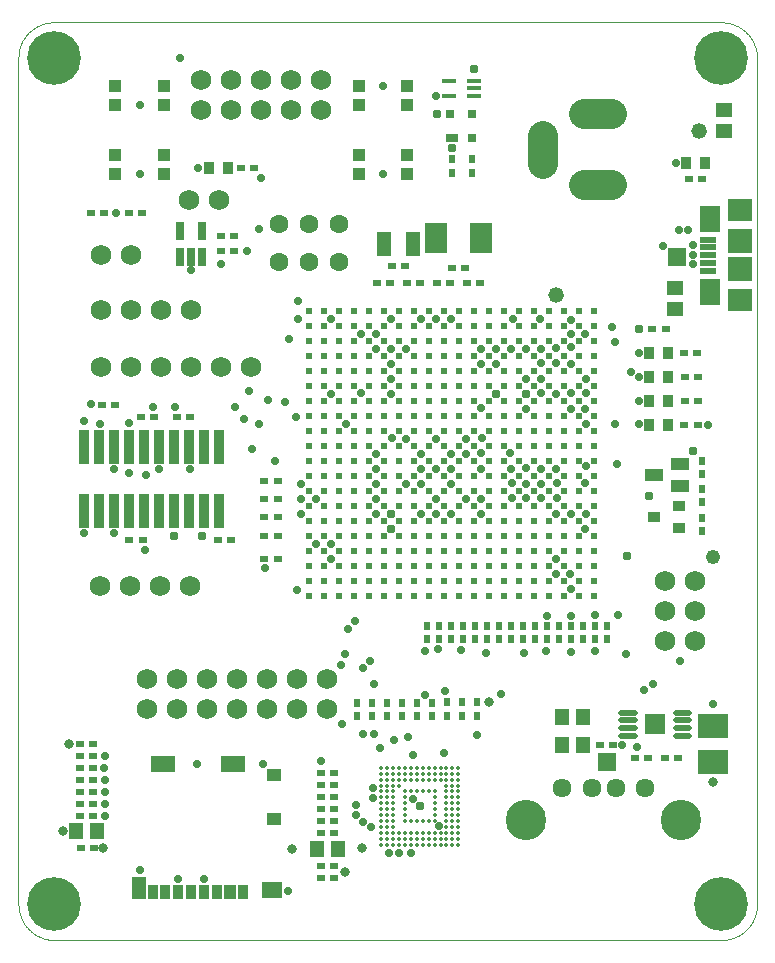
<source format=gts>
G75*
%MOIN*%
%OFA0B0*%
%FSLAX25Y25*%
%IPPOS*%
%LPD*%
%AMOC8*
5,1,8,0,0,1.08239X$1,22.5*
%
%ADD10C,0.00000*%
%ADD11C,0.06800*%
%ADD12C,0.02369*%
%ADD13C,0.09849*%
%ADD14C,0.03400*%
%ADD15R,0.07880X0.07487*%
%ADD16R,0.07880X0.07880*%
%ADD17R,0.06699X0.08668*%
%ADD18R,0.05715X0.01975*%
%ADD19R,0.05400X0.04900*%
%ADD20R,0.02800X0.02400*%
%ADD21C,0.06306*%
%ADD22R,0.03943X0.04337*%
%ADD23R,0.03500X0.04400*%
%ADD24R,0.03943X0.03550*%
%ADD25R,0.05912X0.04337*%
%ADD26R,0.02400X0.02800*%
%ADD27C,0.17900*%
%ADD28R,0.05000X0.01800*%
%ADD29R,0.02762X0.03156*%
%ADD30R,0.04337X0.03156*%
%ADD31R,0.04731X0.07880*%
%ADD32R,0.07440X0.09900*%
%ADD33R,0.03200X0.11400*%
%ADD34C,0.02000*%
%ADD35R,0.06693X0.06890*%
%ADD36R,0.01581X0.02565*%
%ADD37R,0.01581X0.02447*%
%ADD38C,0.00100*%
%ADD39C,0.06337*%
%ADD40C,0.13455*%
%ADD41R,0.04900X0.05400*%
%ADD42R,0.10243X0.08077*%
%ADD43R,0.02565X0.01581*%
%ADD44R,0.02447X0.01581*%
%ADD45R,0.03353X0.04731*%
%ADD46R,0.03746X0.04731*%
%ADD47R,0.03845X0.04731*%
%ADD48R,0.05124X0.04337*%
%ADD49R,0.07880X0.05715*%
%ADD50R,0.05006X0.07487*%
%ADD51R,0.06502X0.05715*%
%ADD52C,0.01365*%
%ADD53R,0.03156X0.05912*%
%ADD54C,0.02800*%
%ADD55C,0.03100*%
%ADD56C,0.03200*%
%ADD57C,0.05200*%
%ADD58C,0.04900*%
D10*
X0082495Y0063233D02*
X0082495Y0345433D01*
X0082498Y0345716D01*
X0082509Y0345998D01*
X0082526Y0346280D01*
X0082550Y0346562D01*
X0082580Y0346843D01*
X0082618Y0347124D01*
X0082662Y0347403D01*
X0082713Y0347681D01*
X0082771Y0347958D01*
X0082835Y0348233D01*
X0082906Y0348507D01*
X0082984Y0348779D01*
X0083068Y0349048D01*
X0083158Y0349316D01*
X0083255Y0349582D01*
X0083359Y0349845D01*
X0083469Y0350106D01*
X0083585Y0350363D01*
X0083707Y0350618D01*
X0083835Y0350870D01*
X0083970Y0351119D01*
X0084110Y0351364D01*
X0084256Y0351606D01*
X0084408Y0351845D01*
X0084566Y0352079D01*
X0084730Y0352310D01*
X0084898Y0352537D01*
X0085073Y0352759D01*
X0085253Y0352978D01*
X0085437Y0353192D01*
X0085627Y0353401D01*
X0085822Y0353606D01*
X0086022Y0353806D01*
X0086227Y0354001D01*
X0086436Y0354191D01*
X0086650Y0354375D01*
X0086869Y0354555D01*
X0087091Y0354730D01*
X0087318Y0354898D01*
X0087549Y0355062D01*
X0087783Y0355220D01*
X0088022Y0355372D01*
X0088264Y0355518D01*
X0088509Y0355658D01*
X0088758Y0355793D01*
X0089010Y0355921D01*
X0089265Y0356043D01*
X0089522Y0356159D01*
X0089783Y0356269D01*
X0090046Y0356373D01*
X0090312Y0356470D01*
X0090580Y0356560D01*
X0090849Y0356644D01*
X0091121Y0356722D01*
X0091395Y0356793D01*
X0091670Y0356857D01*
X0091947Y0356915D01*
X0092225Y0356966D01*
X0092504Y0357010D01*
X0092785Y0357048D01*
X0093066Y0357078D01*
X0093348Y0357102D01*
X0093630Y0357119D01*
X0093912Y0357130D01*
X0094195Y0357133D01*
X0316695Y0357133D01*
X0316985Y0357129D01*
X0317275Y0357119D01*
X0317564Y0357101D01*
X0317853Y0357077D01*
X0318141Y0357046D01*
X0318429Y0357007D01*
X0318715Y0356962D01*
X0319001Y0356909D01*
X0319284Y0356850D01*
X0319567Y0356784D01*
X0319847Y0356712D01*
X0320126Y0356632D01*
X0320403Y0356546D01*
X0320678Y0356453D01*
X0320950Y0356353D01*
X0321220Y0356247D01*
X0321487Y0356135D01*
X0321752Y0356015D01*
X0322013Y0355890D01*
X0322272Y0355758D01*
X0322527Y0355621D01*
X0322779Y0355477D01*
X0323027Y0355327D01*
X0323271Y0355171D01*
X0323512Y0355009D01*
X0323748Y0354841D01*
X0323981Y0354668D01*
X0324209Y0354489D01*
X0324433Y0354305D01*
X0324652Y0354115D01*
X0324867Y0353920D01*
X0325077Y0353720D01*
X0325282Y0353515D01*
X0325482Y0353305D01*
X0325677Y0353090D01*
X0325867Y0352871D01*
X0326051Y0352647D01*
X0326230Y0352419D01*
X0326403Y0352186D01*
X0326571Y0351950D01*
X0326733Y0351709D01*
X0326889Y0351465D01*
X0327039Y0351217D01*
X0327183Y0350965D01*
X0327320Y0350710D01*
X0327452Y0350451D01*
X0327577Y0350190D01*
X0327697Y0349925D01*
X0327809Y0349658D01*
X0327915Y0349388D01*
X0328015Y0349116D01*
X0328108Y0348841D01*
X0328194Y0348564D01*
X0328274Y0348285D01*
X0328346Y0348005D01*
X0328412Y0347722D01*
X0328471Y0347439D01*
X0328524Y0347153D01*
X0328569Y0346867D01*
X0328608Y0346579D01*
X0328639Y0346291D01*
X0328663Y0346002D01*
X0328681Y0345713D01*
X0328691Y0345423D01*
X0328695Y0345133D01*
X0328695Y0063233D01*
X0328691Y0062943D01*
X0328681Y0062653D01*
X0328663Y0062364D01*
X0328639Y0062075D01*
X0328608Y0061787D01*
X0328569Y0061499D01*
X0328524Y0061213D01*
X0328471Y0060927D01*
X0328412Y0060644D01*
X0328346Y0060361D01*
X0328274Y0060081D01*
X0328194Y0059802D01*
X0328108Y0059525D01*
X0328015Y0059250D01*
X0327915Y0058978D01*
X0327809Y0058708D01*
X0327697Y0058441D01*
X0327577Y0058176D01*
X0327452Y0057915D01*
X0327320Y0057656D01*
X0327183Y0057401D01*
X0327039Y0057149D01*
X0326889Y0056901D01*
X0326733Y0056657D01*
X0326571Y0056416D01*
X0326403Y0056180D01*
X0326230Y0055947D01*
X0326051Y0055719D01*
X0325867Y0055495D01*
X0325677Y0055276D01*
X0325482Y0055061D01*
X0325282Y0054851D01*
X0325077Y0054646D01*
X0324867Y0054446D01*
X0324652Y0054251D01*
X0324433Y0054061D01*
X0324209Y0053877D01*
X0323981Y0053698D01*
X0323748Y0053525D01*
X0323512Y0053357D01*
X0323271Y0053195D01*
X0323027Y0053039D01*
X0322779Y0052889D01*
X0322527Y0052745D01*
X0322272Y0052608D01*
X0322013Y0052476D01*
X0321752Y0052351D01*
X0321487Y0052231D01*
X0321220Y0052119D01*
X0320950Y0052013D01*
X0320678Y0051913D01*
X0320403Y0051820D01*
X0320126Y0051734D01*
X0319847Y0051654D01*
X0319567Y0051582D01*
X0319284Y0051516D01*
X0319001Y0051457D01*
X0318715Y0051404D01*
X0318429Y0051359D01*
X0318141Y0051320D01*
X0317853Y0051289D01*
X0317564Y0051265D01*
X0317275Y0051247D01*
X0316985Y0051237D01*
X0316695Y0051233D01*
X0094495Y0051233D01*
X0094205Y0051237D01*
X0093915Y0051247D01*
X0093626Y0051265D01*
X0093337Y0051289D01*
X0093049Y0051320D01*
X0092761Y0051359D01*
X0092475Y0051404D01*
X0092189Y0051457D01*
X0091906Y0051516D01*
X0091623Y0051582D01*
X0091343Y0051654D01*
X0091064Y0051734D01*
X0090787Y0051820D01*
X0090512Y0051913D01*
X0090240Y0052013D01*
X0089970Y0052119D01*
X0089703Y0052231D01*
X0089438Y0052351D01*
X0089177Y0052476D01*
X0088918Y0052608D01*
X0088663Y0052745D01*
X0088411Y0052889D01*
X0088163Y0053039D01*
X0087919Y0053195D01*
X0087678Y0053357D01*
X0087442Y0053525D01*
X0087209Y0053698D01*
X0086981Y0053877D01*
X0086757Y0054061D01*
X0086538Y0054251D01*
X0086323Y0054446D01*
X0086113Y0054646D01*
X0085908Y0054851D01*
X0085708Y0055061D01*
X0085513Y0055276D01*
X0085323Y0055495D01*
X0085139Y0055719D01*
X0084960Y0055947D01*
X0084787Y0056180D01*
X0084619Y0056416D01*
X0084457Y0056657D01*
X0084301Y0056901D01*
X0084151Y0057149D01*
X0084007Y0057401D01*
X0083870Y0057656D01*
X0083738Y0057915D01*
X0083613Y0058176D01*
X0083493Y0058441D01*
X0083381Y0058708D01*
X0083275Y0058978D01*
X0083175Y0059250D01*
X0083082Y0059525D01*
X0082996Y0059802D01*
X0082916Y0060081D01*
X0082844Y0060361D01*
X0082778Y0060644D01*
X0082719Y0060927D01*
X0082666Y0061213D01*
X0082621Y0061499D01*
X0082582Y0061787D01*
X0082551Y0062075D01*
X0082527Y0062364D01*
X0082509Y0062653D01*
X0082499Y0062943D01*
X0082495Y0063233D01*
X0270395Y0302833D02*
X0270397Y0302910D01*
X0270403Y0302987D01*
X0270413Y0303064D01*
X0270427Y0303140D01*
X0270444Y0303215D01*
X0270466Y0303289D01*
X0270491Y0303362D01*
X0270521Y0303434D01*
X0270553Y0303504D01*
X0270590Y0303572D01*
X0270629Y0303638D01*
X0270672Y0303702D01*
X0270719Y0303764D01*
X0270768Y0303823D01*
X0270821Y0303880D01*
X0270876Y0303934D01*
X0270934Y0303985D01*
X0270995Y0304033D01*
X0271058Y0304078D01*
X0271123Y0304119D01*
X0271190Y0304157D01*
X0271259Y0304192D01*
X0271330Y0304222D01*
X0271402Y0304250D01*
X0271476Y0304273D01*
X0271550Y0304293D01*
X0271626Y0304309D01*
X0271702Y0304321D01*
X0271779Y0304329D01*
X0271856Y0304333D01*
X0271934Y0304333D01*
X0272011Y0304329D01*
X0272088Y0304321D01*
X0272164Y0304309D01*
X0272240Y0304293D01*
X0272314Y0304273D01*
X0272388Y0304250D01*
X0272460Y0304222D01*
X0272531Y0304192D01*
X0272600Y0304157D01*
X0272667Y0304119D01*
X0272732Y0304078D01*
X0272795Y0304033D01*
X0272856Y0303985D01*
X0272914Y0303934D01*
X0272969Y0303880D01*
X0273022Y0303823D01*
X0273071Y0303764D01*
X0273118Y0303702D01*
X0273161Y0303638D01*
X0273200Y0303572D01*
X0273237Y0303504D01*
X0273269Y0303434D01*
X0273299Y0303362D01*
X0273324Y0303289D01*
X0273346Y0303215D01*
X0273363Y0303140D01*
X0273377Y0303064D01*
X0273387Y0302987D01*
X0273393Y0302910D01*
X0273395Y0302833D01*
X0273393Y0302756D01*
X0273387Y0302679D01*
X0273377Y0302602D01*
X0273363Y0302526D01*
X0273346Y0302451D01*
X0273324Y0302377D01*
X0273299Y0302304D01*
X0273269Y0302232D01*
X0273237Y0302162D01*
X0273200Y0302094D01*
X0273161Y0302028D01*
X0273118Y0301964D01*
X0273071Y0301902D01*
X0273022Y0301843D01*
X0272969Y0301786D01*
X0272914Y0301732D01*
X0272856Y0301681D01*
X0272795Y0301633D01*
X0272732Y0301588D01*
X0272667Y0301547D01*
X0272600Y0301509D01*
X0272531Y0301474D01*
X0272460Y0301444D01*
X0272388Y0301416D01*
X0272314Y0301393D01*
X0272240Y0301373D01*
X0272164Y0301357D01*
X0272088Y0301345D01*
X0272011Y0301337D01*
X0271934Y0301333D01*
X0271856Y0301333D01*
X0271779Y0301337D01*
X0271702Y0301345D01*
X0271626Y0301357D01*
X0271550Y0301373D01*
X0271476Y0301393D01*
X0271402Y0301416D01*
X0271330Y0301444D01*
X0271259Y0301474D01*
X0271190Y0301509D01*
X0271123Y0301547D01*
X0271058Y0301588D01*
X0270995Y0301633D01*
X0270934Y0301681D01*
X0270876Y0301732D01*
X0270821Y0301786D01*
X0270768Y0301843D01*
X0270719Y0301902D01*
X0270672Y0301964D01*
X0270629Y0302028D01*
X0270590Y0302094D01*
X0270553Y0302162D01*
X0270521Y0302232D01*
X0270491Y0302304D01*
X0270466Y0302377D01*
X0270444Y0302451D01*
X0270427Y0302526D01*
X0270413Y0302602D01*
X0270403Y0302679D01*
X0270397Y0302756D01*
X0270395Y0302833D01*
X0278395Y0302933D02*
X0278397Y0303010D01*
X0278403Y0303087D01*
X0278413Y0303164D01*
X0278427Y0303240D01*
X0278444Y0303315D01*
X0278466Y0303389D01*
X0278491Y0303462D01*
X0278521Y0303534D01*
X0278553Y0303604D01*
X0278590Y0303672D01*
X0278629Y0303738D01*
X0278672Y0303802D01*
X0278719Y0303864D01*
X0278768Y0303923D01*
X0278821Y0303980D01*
X0278876Y0304034D01*
X0278934Y0304085D01*
X0278995Y0304133D01*
X0279058Y0304178D01*
X0279123Y0304219D01*
X0279190Y0304257D01*
X0279259Y0304292D01*
X0279330Y0304322D01*
X0279402Y0304350D01*
X0279476Y0304373D01*
X0279550Y0304393D01*
X0279626Y0304409D01*
X0279702Y0304421D01*
X0279779Y0304429D01*
X0279856Y0304433D01*
X0279934Y0304433D01*
X0280011Y0304429D01*
X0280088Y0304421D01*
X0280164Y0304409D01*
X0280240Y0304393D01*
X0280314Y0304373D01*
X0280388Y0304350D01*
X0280460Y0304322D01*
X0280531Y0304292D01*
X0280600Y0304257D01*
X0280667Y0304219D01*
X0280732Y0304178D01*
X0280795Y0304133D01*
X0280856Y0304085D01*
X0280914Y0304034D01*
X0280969Y0303980D01*
X0281022Y0303923D01*
X0281071Y0303864D01*
X0281118Y0303802D01*
X0281161Y0303738D01*
X0281200Y0303672D01*
X0281237Y0303604D01*
X0281269Y0303534D01*
X0281299Y0303462D01*
X0281324Y0303389D01*
X0281346Y0303315D01*
X0281363Y0303240D01*
X0281377Y0303164D01*
X0281387Y0303087D01*
X0281393Y0303010D01*
X0281395Y0302933D01*
X0281393Y0302856D01*
X0281387Y0302779D01*
X0281377Y0302702D01*
X0281363Y0302626D01*
X0281346Y0302551D01*
X0281324Y0302477D01*
X0281299Y0302404D01*
X0281269Y0302332D01*
X0281237Y0302262D01*
X0281200Y0302194D01*
X0281161Y0302128D01*
X0281118Y0302064D01*
X0281071Y0302002D01*
X0281022Y0301943D01*
X0280969Y0301886D01*
X0280914Y0301832D01*
X0280856Y0301781D01*
X0280795Y0301733D01*
X0280732Y0301688D01*
X0280667Y0301647D01*
X0280600Y0301609D01*
X0280531Y0301574D01*
X0280460Y0301544D01*
X0280388Y0301516D01*
X0280314Y0301493D01*
X0280240Y0301473D01*
X0280164Y0301457D01*
X0280088Y0301445D01*
X0280011Y0301437D01*
X0279934Y0301433D01*
X0279856Y0301433D01*
X0279779Y0301437D01*
X0279702Y0301445D01*
X0279626Y0301457D01*
X0279550Y0301473D01*
X0279476Y0301493D01*
X0279402Y0301516D01*
X0279330Y0301544D01*
X0279259Y0301574D01*
X0279190Y0301609D01*
X0279123Y0301647D01*
X0279058Y0301688D01*
X0278995Y0301733D01*
X0278934Y0301781D01*
X0278876Y0301832D01*
X0278821Y0301886D01*
X0278768Y0301943D01*
X0278719Y0302002D01*
X0278672Y0302064D01*
X0278629Y0302128D01*
X0278590Y0302194D01*
X0278553Y0302262D01*
X0278521Y0302332D01*
X0278491Y0302404D01*
X0278466Y0302477D01*
X0278444Y0302551D01*
X0278427Y0302626D01*
X0278413Y0302702D01*
X0278403Y0302779D01*
X0278397Y0302856D01*
X0278395Y0302933D01*
X0255795Y0310933D02*
X0255797Y0311010D01*
X0255803Y0311087D01*
X0255813Y0311164D01*
X0255827Y0311240D01*
X0255844Y0311315D01*
X0255866Y0311389D01*
X0255891Y0311462D01*
X0255921Y0311534D01*
X0255953Y0311604D01*
X0255990Y0311672D01*
X0256029Y0311738D01*
X0256072Y0311802D01*
X0256119Y0311864D01*
X0256168Y0311923D01*
X0256221Y0311980D01*
X0256276Y0312034D01*
X0256334Y0312085D01*
X0256395Y0312133D01*
X0256458Y0312178D01*
X0256523Y0312219D01*
X0256590Y0312257D01*
X0256659Y0312292D01*
X0256730Y0312322D01*
X0256802Y0312350D01*
X0256876Y0312373D01*
X0256950Y0312393D01*
X0257026Y0312409D01*
X0257102Y0312421D01*
X0257179Y0312429D01*
X0257256Y0312433D01*
X0257334Y0312433D01*
X0257411Y0312429D01*
X0257488Y0312421D01*
X0257564Y0312409D01*
X0257640Y0312393D01*
X0257714Y0312373D01*
X0257788Y0312350D01*
X0257860Y0312322D01*
X0257931Y0312292D01*
X0258000Y0312257D01*
X0258067Y0312219D01*
X0258132Y0312178D01*
X0258195Y0312133D01*
X0258256Y0312085D01*
X0258314Y0312034D01*
X0258369Y0311980D01*
X0258422Y0311923D01*
X0258471Y0311864D01*
X0258518Y0311802D01*
X0258561Y0311738D01*
X0258600Y0311672D01*
X0258637Y0311604D01*
X0258669Y0311534D01*
X0258699Y0311462D01*
X0258724Y0311389D01*
X0258746Y0311315D01*
X0258763Y0311240D01*
X0258777Y0311164D01*
X0258787Y0311087D01*
X0258793Y0311010D01*
X0258795Y0310933D01*
X0258793Y0310856D01*
X0258787Y0310779D01*
X0258777Y0310702D01*
X0258763Y0310626D01*
X0258746Y0310551D01*
X0258724Y0310477D01*
X0258699Y0310404D01*
X0258669Y0310332D01*
X0258637Y0310262D01*
X0258600Y0310194D01*
X0258561Y0310128D01*
X0258518Y0310064D01*
X0258471Y0310002D01*
X0258422Y0309943D01*
X0258369Y0309886D01*
X0258314Y0309832D01*
X0258256Y0309781D01*
X0258195Y0309733D01*
X0258132Y0309688D01*
X0258067Y0309647D01*
X0258000Y0309609D01*
X0257931Y0309574D01*
X0257860Y0309544D01*
X0257788Y0309516D01*
X0257714Y0309493D01*
X0257640Y0309473D01*
X0257564Y0309457D01*
X0257488Y0309445D01*
X0257411Y0309437D01*
X0257334Y0309433D01*
X0257256Y0309433D01*
X0257179Y0309437D01*
X0257102Y0309445D01*
X0257026Y0309457D01*
X0256950Y0309473D01*
X0256876Y0309493D01*
X0256802Y0309516D01*
X0256730Y0309544D01*
X0256659Y0309574D01*
X0256590Y0309609D01*
X0256523Y0309647D01*
X0256458Y0309688D01*
X0256395Y0309733D01*
X0256334Y0309781D01*
X0256276Y0309832D01*
X0256221Y0309886D01*
X0256168Y0309943D01*
X0256119Y0310002D01*
X0256072Y0310064D01*
X0256029Y0310128D01*
X0255990Y0310194D01*
X0255953Y0310262D01*
X0255921Y0310332D01*
X0255891Y0310404D01*
X0255866Y0310477D01*
X0255844Y0310551D01*
X0255827Y0310626D01*
X0255813Y0310702D01*
X0255803Y0310779D01*
X0255797Y0310856D01*
X0255795Y0310933D01*
X0255795Y0318833D02*
X0255797Y0318910D01*
X0255803Y0318987D01*
X0255813Y0319064D01*
X0255827Y0319140D01*
X0255844Y0319215D01*
X0255866Y0319289D01*
X0255891Y0319362D01*
X0255921Y0319434D01*
X0255953Y0319504D01*
X0255990Y0319572D01*
X0256029Y0319638D01*
X0256072Y0319702D01*
X0256119Y0319764D01*
X0256168Y0319823D01*
X0256221Y0319880D01*
X0256276Y0319934D01*
X0256334Y0319985D01*
X0256395Y0320033D01*
X0256458Y0320078D01*
X0256523Y0320119D01*
X0256590Y0320157D01*
X0256659Y0320192D01*
X0256730Y0320222D01*
X0256802Y0320250D01*
X0256876Y0320273D01*
X0256950Y0320293D01*
X0257026Y0320309D01*
X0257102Y0320321D01*
X0257179Y0320329D01*
X0257256Y0320333D01*
X0257334Y0320333D01*
X0257411Y0320329D01*
X0257488Y0320321D01*
X0257564Y0320309D01*
X0257640Y0320293D01*
X0257714Y0320273D01*
X0257788Y0320250D01*
X0257860Y0320222D01*
X0257931Y0320192D01*
X0258000Y0320157D01*
X0258067Y0320119D01*
X0258132Y0320078D01*
X0258195Y0320033D01*
X0258256Y0319985D01*
X0258314Y0319934D01*
X0258369Y0319880D01*
X0258422Y0319823D01*
X0258471Y0319764D01*
X0258518Y0319702D01*
X0258561Y0319638D01*
X0258600Y0319572D01*
X0258637Y0319504D01*
X0258669Y0319434D01*
X0258699Y0319362D01*
X0258724Y0319289D01*
X0258746Y0319215D01*
X0258763Y0319140D01*
X0258777Y0319064D01*
X0258787Y0318987D01*
X0258793Y0318910D01*
X0258795Y0318833D01*
X0258793Y0318756D01*
X0258787Y0318679D01*
X0258777Y0318602D01*
X0258763Y0318526D01*
X0258746Y0318451D01*
X0258724Y0318377D01*
X0258699Y0318304D01*
X0258669Y0318232D01*
X0258637Y0318162D01*
X0258600Y0318094D01*
X0258561Y0318028D01*
X0258518Y0317964D01*
X0258471Y0317902D01*
X0258422Y0317843D01*
X0258369Y0317786D01*
X0258314Y0317732D01*
X0258256Y0317681D01*
X0258195Y0317633D01*
X0258132Y0317588D01*
X0258067Y0317547D01*
X0258000Y0317509D01*
X0257931Y0317474D01*
X0257860Y0317444D01*
X0257788Y0317416D01*
X0257714Y0317393D01*
X0257640Y0317373D01*
X0257564Y0317357D01*
X0257488Y0317345D01*
X0257411Y0317337D01*
X0257334Y0317333D01*
X0257256Y0317333D01*
X0257179Y0317337D01*
X0257102Y0317345D01*
X0257026Y0317357D01*
X0256950Y0317373D01*
X0256876Y0317393D01*
X0256802Y0317416D01*
X0256730Y0317444D01*
X0256659Y0317474D01*
X0256590Y0317509D01*
X0256523Y0317547D01*
X0256458Y0317588D01*
X0256395Y0317633D01*
X0256334Y0317681D01*
X0256276Y0317732D01*
X0256221Y0317786D01*
X0256168Y0317843D01*
X0256119Y0317902D01*
X0256072Y0317964D01*
X0256029Y0318028D01*
X0255990Y0318094D01*
X0255953Y0318162D01*
X0255921Y0318232D01*
X0255891Y0318304D01*
X0255866Y0318377D01*
X0255844Y0318451D01*
X0255827Y0318526D01*
X0255813Y0318602D01*
X0255803Y0318679D01*
X0255797Y0318756D01*
X0255795Y0318833D01*
X0270395Y0326533D02*
X0270397Y0326610D01*
X0270403Y0326687D01*
X0270413Y0326764D01*
X0270427Y0326840D01*
X0270444Y0326915D01*
X0270466Y0326989D01*
X0270491Y0327062D01*
X0270521Y0327134D01*
X0270553Y0327204D01*
X0270590Y0327272D01*
X0270629Y0327338D01*
X0270672Y0327402D01*
X0270719Y0327464D01*
X0270768Y0327523D01*
X0270821Y0327580D01*
X0270876Y0327634D01*
X0270934Y0327685D01*
X0270995Y0327733D01*
X0271058Y0327778D01*
X0271123Y0327819D01*
X0271190Y0327857D01*
X0271259Y0327892D01*
X0271330Y0327922D01*
X0271402Y0327950D01*
X0271476Y0327973D01*
X0271550Y0327993D01*
X0271626Y0328009D01*
X0271702Y0328021D01*
X0271779Y0328029D01*
X0271856Y0328033D01*
X0271934Y0328033D01*
X0272011Y0328029D01*
X0272088Y0328021D01*
X0272164Y0328009D01*
X0272240Y0327993D01*
X0272314Y0327973D01*
X0272388Y0327950D01*
X0272460Y0327922D01*
X0272531Y0327892D01*
X0272600Y0327857D01*
X0272667Y0327819D01*
X0272732Y0327778D01*
X0272795Y0327733D01*
X0272856Y0327685D01*
X0272914Y0327634D01*
X0272969Y0327580D01*
X0273022Y0327523D01*
X0273071Y0327464D01*
X0273118Y0327402D01*
X0273161Y0327338D01*
X0273200Y0327272D01*
X0273237Y0327204D01*
X0273269Y0327134D01*
X0273299Y0327062D01*
X0273324Y0326989D01*
X0273346Y0326915D01*
X0273363Y0326840D01*
X0273377Y0326764D01*
X0273387Y0326687D01*
X0273393Y0326610D01*
X0273395Y0326533D01*
X0273393Y0326456D01*
X0273387Y0326379D01*
X0273377Y0326302D01*
X0273363Y0326226D01*
X0273346Y0326151D01*
X0273324Y0326077D01*
X0273299Y0326004D01*
X0273269Y0325932D01*
X0273237Y0325862D01*
X0273200Y0325794D01*
X0273161Y0325728D01*
X0273118Y0325664D01*
X0273071Y0325602D01*
X0273022Y0325543D01*
X0272969Y0325486D01*
X0272914Y0325432D01*
X0272856Y0325381D01*
X0272795Y0325333D01*
X0272732Y0325288D01*
X0272667Y0325247D01*
X0272600Y0325209D01*
X0272531Y0325174D01*
X0272460Y0325144D01*
X0272388Y0325116D01*
X0272314Y0325093D01*
X0272240Y0325073D01*
X0272164Y0325057D01*
X0272088Y0325045D01*
X0272011Y0325037D01*
X0271934Y0325033D01*
X0271856Y0325033D01*
X0271779Y0325037D01*
X0271702Y0325045D01*
X0271626Y0325057D01*
X0271550Y0325073D01*
X0271476Y0325093D01*
X0271402Y0325116D01*
X0271330Y0325144D01*
X0271259Y0325174D01*
X0271190Y0325209D01*
X0271123Y0325247D01*
X0271058Y0325288D01*
X0270995Y0325333D01*
X0270934Y0325381D01*
X0270876Y0325432D01*
X0270821Y0325486D01*
X0270768Y0325543D01*
X0270719Y0325602D01*
X0270672Y0325664D01*
X0270629Y0325728D01*
X0270590Y0325794D01*
X0270553Y0325862D01*
X0270521Y0325932D01*
X0270491Y0326004D01*
X0270466Y0326077D01*
X0270444Y0326151D01*
X0270427Y0326226D01*
X0270413Y0326302D01*
X0270403Y0326379D01*
X0270397Y0326456D01*
X0270395Y0326533D01*
X0278295Y0326433D02*
X0278297Y0326510D01*
X0278303Y0326587D01*
X0278313Y0326664D01*
X0278327Y0326740D01*
X0278344Y0326815D01*
X0278366Y0326889D01*
X0278391Y0326962D01*
X0278421Y0327034D01*
X0278453Y0327104D01*
X0278490Y0327172D01*
X0278529Y0327238D01*
X0278572Y0327302D01*
X0278619Y0327364D01*
X0278668Y0327423D01*
X0278721Y0327480D01*
X0278776Y0327534D01*
X0278834Y0327585D01*
X0278895Y0327633D01*
X0278958Y0327678D01*
X0279023Y0327719D01*
X0279090Y0327757D01*
X0279159Y0327792D01*
X0279230Y0327822D01*
X0279302Y0327850D01*
X0279376Y0327873D01*
X0279450Y0327893D01*
X0279526Y0327909D01*
X0279602Y0327921D01*
X0279679Y0327929D01*
X0279756Y0327933D01*
X0279834Y0327933D01*
X0279911Y0327929D01*
X0279988Y0327921D01*
X0280064Y0327909D01*
X0280140Y0327893D01*
X0280214Y0327873D01*
X0280288Y0327850D01*
X0280360Y0327822D01*
X0280431Y0327792D01*
X0280500Y0327757D01*
X0280567Y0327719D01*
X0280632Y0327678D01*
X0280695Y0327633D01*
X0280756Y0327585D01*
X0280814Y0327534D01*
X0280869Y0327480D01*
X0280922Y0327423D01*
X0280971Y0327364D01*
X0281018Y0327302D01*
X0281061Y0327238D01*
X0281100Y0327172D01*
X0281137Y0327104D01*
X0281169Y0327034D01*
X0281199Y0326962D01*
X0281224Y0326889D01*
X0281246Y0326815D01*
X0281263Y0326740D01*
X0281277Y0326664D01*
X0281287Y0326587D01*
X0281293Y0326510D01*
X0281295Y0326433D01*
X0281293Y0326356D01*
X0281287Y0326279D01*
X0281277Y0326202D01*
X0281263Y0326126D01*
X0281246Y0326051D01*
X0281224Y0325977D01*
X0281199Y0325904D01*
X0281169Y0325832D01*
X0281137Y0325762D01*
X0281100Y0325694D01*
X0281061Y0325628D01*
X0281018Y0325564D01*
X0280971Y0325502D01*
X0280922Y0325443D01*
X0280869Y0325386D01*
X0280814Y0325332D01*
X0280756Y0325281D01*
X0280695Y0325233D01*
X0280632Y0325188D01*
X0280567Y0325147D01*
X0280500Y0325109D01*
X0280431Y0325074D01*
X0280360Y0325044D01*
X0280288Y0325016D01*
X0280214Y0324993D01*
X0280140Y0324973D01*
X0280064Y0324957D01*
X0279988Y0324945D01*
X0279911Y0324937D01*
X0279834Y0324933D01*
X0279756Y0324933D01*
X0279679Y0324937D01*
X0279602Y0324945D01*
X0279526Y0324957D01*
X0279450Y0324973D01*
X0279376Y0324993D01*
X0279302Y0325016D01*
X0279230Y0325044D01*
X0279159Y0325074D01*
X0279090Y0325109D01*
X0279023Y0325147D01*
X0278958Y0325188D01*
X0278895Y0325233D01*
X0278834Y0325281D01*
X0278776Y0325332D01*
X0278721Y0325386D01*
X0278668Y0325443D01*
X0278619Y0325502D01*
X0278572Y0325564D01*
X0278529Y0325628D01*
X0278490Y0325694D01*
X0278453Y0325762D01*
X0278421Y0325832D01*
X0278391Y0325904D01*
X0278366Y0325977D01*
X0278344Y0326051D01*
X0278327Y0326126D01*
X0278313Y0326202D01*
X0278303Y0326279D01*
X0278297Y0326356D01*
X0278295Y0326433D01*
D11*
X0183295Y0327933D03*
X0183395Y0337833D03*
X0173295Y0337933D03*
X0163295Y0337933D03*
X0153295Y0337933D03*
X0143295Y0337933D03*
X0143295Y0327933D03*
X0153295Y0327933D03*
X0163295Y0327933D03*
X0173295Y0327933D03*
X0149495Y0297933D03*
X0139495Y0297933D03*
X0119995Y0279733D03*
X0109995Y0279733D03*
X0109995Y0261233D03*
X0119995Y0261233D03*
X0129995Y0261233D03*
X0139995Y0261233D03*
X0139995Y0242233D03*
X0129995Y0242233D03*
X0119995Y0242233D03*
X0109995Y0242233D03*
X0149995Y0242233D03*
X0159995Y0242233D03*
X0139695Y0169333D03*
X0129695Y0169333D03*
X0119695Y0169333D03*
X0109695Y0169333D03*
X0125495Y0138333D03*
X0125495Y0128333D03*
X0135495Y0128333D03*
X0135495Y0138333D03*
X0145495Y0138333D03*
X0145495Y0128333D03*
X0155495Y0128333D03*
X0155495Y0138333D03*
X0165495Y0138333D03*
X0165495Y0128333D03*
X0175495Y0128333D03*
X0175495Y0138333D03*
X0185495Y0138233D03*
X0185495Y0128333D03*
X0297895Y0150833D03*
X0297895Y0160833D03*
X0307895Y0160833D03*
X0307895Y0150833D03*
X0307895Y0170833D03*
X0297895Y0170833D03*
D12*
X0274195Y0170833D03*
X0274195Y0175833D03*
X0274195Y0180833D03*
X0269195Y0180833D03*
X0264195Y0180833D03*
X0264195Y0175833D03*
X0264195Y0170833D03*
X0269195Y0170833D03*
X0269195Y0175833D03*
X0259195Y0175833D03*
X0254195Y0175833D03*
X0249195Y0175833D03*
X0249195Y0170833D03*
X0254195Y0170833D03*
X0259195Y0170833D03*
X0259195Y0165833D03*
X0254195Y0165833D03*
X0249195Y0165833D03*
X0244195Y0165833D03*
X0239195Y0165833D03*
X0234195Y0165833D03*
X0229195Y0165833D03*
X0224195Y0165833D03*
X0219195Y0165833D03*
X0214195Y0165833D03*
X0209195Y0165833D03*
X0204195Y0165833D03*
X0199195Y0165833D03*
X0194195Y0165833D03*
X0189195Y0165833D03*
X0184195Y0165833D03*
X0179195Y0165833D03*
X0179195Y0170833D03*
X0179195Y0175833D03*
X0179195Y0180833D03*
X0184195Y0180833D03*
X0184195Y0175833D03*
X0184195Y0170833D03*
X0189195Y0170833D03*
X0189195Y0175833D03*
X0189195Y0180833D03*
X0194195Y0180833D03*
X0194195Y0175833D03*
X0194195Y0170833D03*
X0199195Y0170833D03*
X0199195Y0175833D03*
X0199195Y0180833D03*
X0199195Y0185833D03*
X0194195Y0185833D03*
X0189195Y0185833D03*
X0189195Y0190833D03*
X0189195Y0195833D03*
X0194195Y0195833D03*
X0194195Y0190833D03*
X0199195Y0190833D03*
X0199195Y0195833D03*
X0199195Y0200833D03*
X0194195Y0200833D03*
X0189195Y0200833D03*
X0189195Y0205833D03*
X0189195Y0210833D03*
X0194195Y0210833D03*
X0194195Y0205833D03*
X0199195Y0205833D03*
X0199195Y0210833D03*
X0199195Y0215833D03*
X0194195Y0215833D03*
X0189195Y0215833D03*
X0189195Y0220833D03*
X0189195Y0225833D03*
X0194195Y0225833D03*
X0194195Y0220833D03*
X0199195Y0220833D03*
X0199195Y0225833D03*
X0199195Y0230833D03*
X0194195Y0230833D03*
X0189195Y0230833D03*
X0189195Y0235833D03*
X0189195Y0240833D03*
X0194195Y0240833D03*
X0194195Y0235833D03*
X0199195Y0235833D03*
X0199195Y0240833D03*
X0199195Y0245833D03*
X0194195Y0245833D03*
X0189195Y0245833D03*
X0189195Y0250833D03*
X0189195Y0255833D03*
X0194195Y0255833D03*
X0194195Y0250833D03*
X0199195Y0250833D03*
X0199195Y0255833D03*
X0199195Y0260833D03*
X0194195Y0260833D03*
X0189195Y0260833D03*
X0184195Y0260833D03*
X0179195Y0260833D03*
X0179195Y0255833D03*
X0179195Y0250833D03*
X0179195Y0245833D03*
X0184195Y0245833D03*
X0184195Y0250833D03*
X0184195Y0255833D03*
X0184195Y0240833D03*
X0179195Y0240833D03*
X0179195Y0235833D03*
X0179195Y0230833D03*
X0184195Y0230833D03*
X0184195Y0235833D03*
X0184195Y0225833D03*
X0179195Y0225833D03*
X0179195Y0220833D03*
X0179195Y0215833D03*
X0184195Y0215833D03*
X0184195Y0220833D03*
X0184195Y0210833D03*
X0179195Y0210833D03*
X0179195Y0205833D03*
X0179195Y0200833D03*
X0184195Y0200833D03*
X0184195Y0205833D03*
X0184195Y0195833D03*
X0179195Y0195833D03*
X0179195Y0190833D03*
X0179195Y0185833D03*
X0184195Y0185833D03*
X0184195Y0190833D03*
X0204195Y0190833D03*
X0204195Y0185833D03*
X0209195Y0185833D03*
X0209195Y0190833D03*
X0209195Y0195833D03*
X0204195Y0195833D03*
X0204195Y0200833D03*
X0204195Y0205833D03*
X0204195Y0210833D03*
X0209195Y0210833D03*
X0209195Y0205833D03*
X0209195Y0200833D03*
X0214195Y0200833D03*
X0214195Y0205833D03*
X0214195Y0210833D03*
X0219195Y0210833D03*
X0219195Y0205833D03*
X0219195Y0200833D03*
X0219195Y0195833D03*
X0214195Y0195833D03*
X0214195Y0190833D03*
X0214195Y0185833D03*
X0219195Y0185833D03*
X0219195Y0190833D03*
X0224195Y0190833D03*
X0224195Y0185833D03*
X0229195Y0185833D03*
X0229195Y0190833D03*
X0229195Y0195833D03*
X0224195Y0195833D03*
X0224195Y0200833D03*
X0224195Y0205833D03*
X0224195Y0210833D03*
X0229195Y0210833D03*
X0229195Y0205833D03*
X0229195Y0200833D03*
X0234195Y0200833D03*
X0234195Y0205833D03*
X0234195Y0210833D03*
X0234195Y0215833D03*
X0229195Y0215833D03*
X0224195Y0215833D03*
X0224195Y0220833D03*
X0224195Y0225833D03*
X0229195Y0225833D03*
X0229195Y0220833D03*
X0234195Y0220833D03*
X0234195Y0225833D03*
X0234195Y0230833D03*
X0229195Y0230833D03*
X0224195Y0230833D03*
X0224195Y0235833D03*
X0224195Y0240833D03*
X0229195Y0240833D03*
X0229195Y0235833D03*
X0234195Y0235833D03*
X0234195Y0240833D03*
X0234195Y0245833D03*
X0229195Y0245833D03*
X0224195Y0245833D03*
X0224195Y0250833D03*
X0224195Y0255833D03*
X0229195Y0255833D03*
X0229195Y0250833D03*
X0234195Y0250833D03*
X0234195Y0255833D03*
X0234195Y0260833D03*
X0229195Y0260833D03*
X0224195Y0260833D03*
X0219195Y0260833D03*
X0214195Y0260833D03*
X0209195Y0260833D03*
X0204195Y0260833D03*
X0204195Y0255833D03*
X0204195Y0250833D03*
X0204195Y0245833D03*
X0209195Y0245833D03*
X0209195Y0250833D03*
X0209195Y0255833D03*
X0214195Y0255833D03*
X0214195Y0250833D03*
X0214195Y0245833D03*
X0219195Y0245833D03*
X0219195Y0250833D03*
X0219195Y0255833D03*
X0219195Y0240833D03*
X0214195Y0240833D03*
X0214195Y0235833D03*
X0214195Y0230833D03*
X0219195Y0230833D03*
X0219195Y0235833D03*
X0209195Y0235833D03*
X0204195Y0235833D03*
X0204195Y0230833D03*
X0209195Y0230833D03*
X0209195Y0225833D03*
X0204195Y0225833D03*
X0204195Y0220833D03*
X0204195Y0215833D03*
X0209195Y0215833D03*
X0209195Y0220833D03*
X0214195Y0220833D03*
X0214195Y0215833D03*
X0219195Y0215833D03*
X0219195Y0220833D03*
X0219195Y0225833D03*
X0214195Y0225833D03*
X0209195Y0240833D03*
X0204195Y0240833D03*
X0239195Y0240833D03*
X0239195Y0235833D03*
X0239195Y0230833D03*
X0244195Y0230833D03*
X0244195Y0235833D03*
X0244195Y0240833D03*
X0244195Y0245833D03*
X0239195Y0245833D03*
X0239195Y0250833D03*
X0239195Y0255833D03*
X0244195Y0255833D03*
X0244195Y0250833D03*
X0249195Y0250833D03*
X0249195Y0245833D03*
X0254195Y0245833D03*
X0254195Y0250833D03*
X0254195Y0255833D03*
X0249195Y0255833D03*
X0249195Y0260833D03*
X0254195Y0260833D03*
X0259195Y0260833D03*
X0259195Y0255833D03*
X0259195Y0250833D03*
X0259195Y0245833D03*
X0259195Y0240833D03*
X0254195Y0240833D03*
X0249195Y0240833D03*
X0249195Y0235833D03*
X0249195Y0230833D03*
X0254195Y0230833D03*
X0254195Y0235833D03*
X0259195Y0235833D03*
X0259195Y0230833D03*
X0259195Y0225833D03*
X0254195Y0225833D03*
X0249195Y0225833D03*
X0249195Y0220833D03*
X0249195Y0215833D03*
X0254195Y0215833D03*
X0254195Y0220833D03*
X0259195Y0220833D03*
X0259195Y0215833D03*
X0259195Y0210833D03*
X0254195Y0210833D03*
X0249195Y0210833D03*
X0249195Y0205833D03*
X0249195Y0200833D03*
X0254195Y0200833D03*
X0254195Y0205833D03*
X0259195Y0205833D03*
X0259195Y0200833D03*
X0259195Y0195833D03*
X0254195Y0195833D03*
X0249195Y0195833D03*
X0249195Y0190833D03*
X0249195Y0185833D03*
X0254195Y0185833D03*
X0254195Y0190833D03*
X0259195Y0190833D03*
X0259195Y0185833D03*
X0259195Y0180833D03*
X0254195Y0180833D03*
X0249195Y0180833D03*
X0244195Y0180833D03*
X0239195Y0180833D03*
X0239195Y0175833D03*
X0239195Y0170833D03*
X0244195Y0170833D03*
X0244195Y0175833D03*
X0234195Y0175833D03*
X0229195Y0175833D03*
X0224195Y0175833D03*
X0224195Y0170833D03*
X0229195Y0170833D03*
X0234195Y0170833D03*
X0234195Y0180833D03*
X0229195Y0180833D03*
X0224195Y0180833D03*
X0219195Y0180833D03*
X0214195Y0180833D03*
X0214195Y0175833D03*
X0214195Y0170833D03*
X0219195Y0170833D03*
X0219195Y0175833D03*
X0209195Y0175833D03*
X0204195Y0175833D03*
X0204195Y0170833D03*
X0209195Y0170833D03*
X0209195Y0180833D03*
X0204195Y0180833D03*
X0234195Y0185833D03*
X0234195Y0190833D03*
X0234195Y0195833D03*
X0239195Y0195833D03*
X0239195Y0190833D03*
X0239195Y0185833D03*
X0244195Y0185833D03*
X0244195Y0190833D03*
X0244195Y0195833D03*
X0244195Y0200833D03*
X0239195Y0200833D03*
X0239195Y0205833D03*
X0239195Y0210833D03*
X0244195Y0210833D03*
X0244195Y0205833D03*
X0244195Y0215833D03*
X0239195Y0215833D03*
X0239195Y0220833D03*
X0239195Y0225833D03*
X0244195Y0225833D03*
X0244195Y0220833D03*
X0264195Y0220833D03*
X0264195Y0215833D03*
X0269195Y0215833D03*
X0269195Y0220833D03*
X0269195Y0225833D03*
X0264195Y0225833D03*
X0264195Y0230833D03*
X0264195Y0235833D03*
X0264195Y0240833D03*
X0269195Y0240833D03*
X0269195Y0235833D03*
X0269195Y0230833D03*
X0274195Y0230833D03*
X0274195Y0235833D03*
X0274195Y0240833D03*
X0274195Y0245833D03*
X0274195Y0250833D03*
X0274195Y0255833D03*
X0269195Y0255833D03*
X0264195Y0255833D03*
X0264195Y0250833D03*
X0264195Y0245833D03*
X0269195Y0245833D03*
X0269195Y0250833D03*
X0269195Y0260833D03*
X0264195Y0260833D03*
X0274195Y0260833D03*
X0244195Y0260833D03*
X0239195Y0260833D03*
X0274195Y0225833D03*
X0274195Y0220833D03*
X0274195Y0215833D03*
X0274195Y0210833D03*
X0274195Y0205833D03*
X0274195Y0200833D03*
X0269195Y0200833D03*
X0264195Y0200833D03*
X0264195Y0205833D03*
X0264195Y0210833D03*
X0269195Y0210833D03*
X0269195Y0205833D03*
X0269195Y0195833D03*
X0264195Y0195833D03*
X0264195Y0190833D03*
X0264195Y0185833D03*
X0269195Y0185833D03*
X0269195Y0190833D03*
X0274195Y0190833D03*
X0274195Y0185833D03*
X0274195Y0195833D03*
X0274195Y0165833D03*
X0269195Y0165833D03*
X0264195Y0165833D03*
D13*
X0270971Y0302811D02*
X0280420Y0302811D01*
X0280420Y0326433D02*
X0270971Y0326433D01*
X0257191Y0319346D02*
X0257191Y0309898D01*
D14*
X0257295Y0310933D03*
X0257295Y0318833D03*
X0271895Y0326533D03*
X0279795Y0326433D03*
X0279895Y0302933D03*
X0271895Y0302833D03*
D15*
X0322995Y0294494D03*
X0322995Y0264572D03*
D16*
X0322995Y0274809D03*
X0322995Y0284257D03*
D17*
X0312956Y0291738D03*
X0312956Y0267328D03*
D18*
X0312464Y0274415D03*
X0312464Y0276974D03*
X0312464Y0279533D03*
X0312464Y0282092D03*
X0312464Y0284651D03*
D19*
X0301195Y0268533D03*
X0301195Y0261533D03*
X0317795Y0321033D03*
X0317795Y0328033D03*
D20*
X0310295Y0304833D03*
X0305895Y0304833D03*
X0298195Y0255033D03*
X0293795Y0255033D03*
X0304395Y0246933D03*
X0308795Y0246933D03*
X0308995Y0238933D03*
X0304595Y0238933D03*
X0304595Y0230933D03*
X0308995Y0230933D03*
X0308895Y0222933D03*
X0304495Y0222933D03*
X0236395Y0270333D03*
X0231995Y0270333D03*
X0231395Y0275333D03*
X0226995Y0275333D03*
X0226395Y0270333D03*
X0221995Y0270333D03*
X0216395Y0270333D03*
X0211995Y0270333D03*
X0211395Y0275833D03*
X0206995Y0275833D03*
X0206395Y0270333D03*
X0201995Y0270333D03*
X0161095Y0308533D03*
X0156695Y0308533D03*
X0154495Y0286033D03*
X0154495Y0280833D03*
X0150095Y0280833D03*
X0150095Y0286033D03*
X0123595Y0293733D03*
X0119195Y0293733D03*
X0111095Y0293733D03*
X0106695Y0293733D03*
X0110295Y0229633D03*
X0114695Y0229633D03*
X0123195Y0225533D03*
X0127595Y0225533D03*
X0135295Y0225633D03*
X0139695Y0225633D03*
X0164495Y0204333D03*
X0168895Y0204333D03*
X0168895Y0198333D03*
X0168895Y0192333D03*
X0164495Y0192333D03*
X0164495Y0198333D03*
X0164495Y0185833D03*
X0168895Y0185833D03*
X0168895Y0178333D03*
X0164495Y0178333D03*
X0153295Y0184733D03*
X0148895Y0184733D03*
X0123895Y0184733D03*
X0119495Y0184733D03*
X0107495Y0116733D03*
X0107495Y0112733D03*
X0107495Y0108733D03*
X0107495Y0104733D03*
X0107495Y0100733D03*
X0107495Y0096733D03*
X0107495Y0092733D03*
X0103095Y0092733D03*
X0103095Y0096733D03*
X0103095Y0100733D03*
X0103095Y0104733D03*
X0103095Y0108733D03*
X0103095Y0112733D03*
X0103095Y0116733D03*
X0103195Y0081933D03*
X0107595Y0081933D03*
X0183195Y0075933D03*
X0183195Y0071933D03*
X0187595Y0071933D03*
X0187595Y0075933D03*
X0187795Y0086833D03*
X0187795Y0090833D03*
X0187795Y0094833D03*
X0187795Y0098833D03*
X0187795Y0102833D03*
X0187795Y0106833D03*
X0183395Y0106833D03*
X0183395Y0102833D03*
X0183395Y0098833D03*
X0183395Y0094833D03*
X0183395Y0090833D03*
X0183395Y0086833D03*
X0276395Y0116233D03*
X0280795Y0116233D03*
X0287995Y0111833D03*
X0292395Y0111833D03*
X0297995Y0111833D03*
X0302395Y0111833D03*
D21*
X0189195Y0277333D03*
X0179195Y0277333D03*
X0169195Y0277333D03*
X0169195Y0289833D03*
X0179195Y0289833D03*
X0189195Y0289833D03*
D22*
X0195924Y0306483D03*
X0195924Y0312783D03*
X0212066Y0312783D03*
X0212066Y0306483D03*
X0212066Y0329683D03*
X0212066Y0335983D03*
X0195924Y0335983D03*
X0195924Y0329683D03*
X0130966Y0329683D03*
X0130966Y0335983D03*
X0114824Y0335983D03*
X0114824Y0329683D03*
X0114824Y0312783D03*
X0114824Y0306483D03*
X0130966Y0306483D03*
X0130966Y0312783D03*
D23*
X0145845Y0308533D03*
X0152345Y0308533D03*
X0292645Y0246933D03*
X0299145Y0246933D03*
X0299145Y0238933D03*
X0292645Y0238933D03*
X0292645Y0230933D03*
X0299145Y0230933D03*
X0299145Y0222933D03*
X0292645Y0222933D03*
X0304945Y0310233D03*
X0311445Y0310233D03*
D24*
X0302732Y0196073D03*
X0302732Y0188593D03*
X0294464Y0192333D03*
D25*
X0303126Y0202593D03*
X0303126Y0210073D03*
X0294464Y0206333D03*
D26*
X0310295Y0206633D03*
X0310295Y0211033D03*
X0310295Y0201533D03*
X0310295Y0197133D03*
X0310295Y0192033D03*
X0310295Y0187633D03*
X0278695Y0156033D03*
X0274695Y0156033D03*
X0270695Y0156033D03*
X0266695Y0156033D03*
X0266695Y0151633D03*
X0270695Y0151633D03*
X0274695Y0151633D03*
X0278695Y0151633D03*
X0262695Y0151633D03*
X0258695Y0151633D03*
X0254695Y0151633D03*
X0250695Y0151633D03*
X0246695Y0151633D03*
X0242695Y0151633D03*
X0238695Y0151633D03*
X0238695Y0156033D03*
X0242695Y0156033D03*
X0246695Y0156033D03*
X0250695Y0156033D03*
X0254695Y0156033D03*
X0258695Y0156033D03*
X0262695Y0156033D03*
X0235495Y0130433D03*
X0235495Y0126033D03*
X0230495Y0126033D03*
X0230495Y0130433D03*
X0225495Y0130433D03*
X0225495Y0126033D03*
X0220495Y0125933D03*
X0220495Y0130333D03*
X0215495Y0130333D03*
X0215495Y0125933D03*
X0210495Y0125933D03*
X0210495Y0130333D03*
X0205495Y0130333D03*
X0205495Y0125933D03*
X0200495Y0125933D03*
X0200495Y0130333D03*
X0195495Y0130333D03*
X0195495Y0125933D03*
X0218695Y0151633D03*
X0222695Y0151633D03*
X0226695Y0151633D03*
X0230695Y0151633D03*
X0234695Y0151633D03*
X0234695Y0156033D03*
X0230695Y0156033D03*
X0226695Y0156033D03*
X0222695Y0156033D03*
X0218695Y0156033D03*
X0227095Y0307033D03*
X0227095Y0311433D03*
X0233795Y0311433D03*
X0233795Y0307033D03*
D27*
X0316695Y0345133D03*
X0094495Y0345133D03*
X0094495Y0063233D03*
X0316695Y0063233D03*
D28*
X0234195Y0332574D03*
X0234195Y0335133D03*
X0234195Y0337692D03*
X0225995Y0337692D03*
X0225995Y0332574D03*
D29*
X0226355Y0326570D03*
X0233835Y0326570D03*
X0233835Y0318696D03*
D30*
X0227142Y0318696D03*
D31*
X0214116Y0283333D03*
X0204274Y0283333D03*
D32*
X0221715Y0285333D03*
X0236675Y0285333D03*
D33*
X0149495Y0215683D03*
X0144495Y0215683D03*
X0139495Y0215683D03*
X0134495Y0215683D03*
X0129495Y0215683D03*
X0124495Y0215683D03*
X0119495Y0215683D03*
X0114495Y0215683D03*
X0109495Y0215683D03*
X0104495Y0215683D03*
X0104495Y0194383D03*
X0109495Y0194383D03*
X0114495Y0194383D03*
X0119495Y0194383D03*
X0124495Y0194383D03*
X0129495Y0194383D03*
X0134495Y0194383D03*
X0139495Y0194383D03*
X0144495Y0194383D03*
X0149495Y0194383D03*
D34*
X0283445Y0127073D02*
X0287845Y0127073D01*
X0287845Y0124513D02*
X0283445Y0124513D01*
X0283445Y0121953D02*
X0287845Y0121953D01*
X0287895Y0119393D02*
X0283495Y0119393D01*
X0301695Y0119393D02*
X0306095Y0119393D01*
X0306145Y0121953D02*
X0301745Y0121953D01*
X0301745Y0124513D02*
X0306145Y0124513D01*
X0306145Y0127073D02*
X0301745Y0127073D01*
D35*
X0294795Y0123233D03*
D36*
X0276627Y0109335D03*
D37*
X0278595Y0109276D03*
X0280564Y0109276D03*
X0280564Y0112190D03*
X0278595Y0112190D03*
X0276627Y0112190D03*
D38*
X0277493Y0112212D02*
X0275760Y0112212D01*
X0275760Y0112310D02*
X0277493Y0112310D01*
X0277493Y0112409D02*
X0275760Y0112409D01*
X0275760Y0112507D02*
X0277493Y0112507D01*
X0277493Y0112606D02*
X0275760Y0112606D01*
X0275760Y0112704D02*
X0277493Y0112704D01*
X0277493Y0112803D02*
X0275760Y0112803D01*
X0275760Y0112901D02*
X0277493Y0112901D01*
X0277493Y0113000D02*
X0275760Y0113000D01*
X0275760Y0113098D02*
X0277493Y0113098D01*
X0277493Y0113197D02*
X0275760Y0113197D01*
X0275760Y0113295D02*
X0277493Y0113295D01*
X0277493Y0113394D02*
X0275760Y0113394D01*
X0275760Y0113489D02*
X0275760Y0110891D01*
X0277493Y0110891D01*
X0277493Y0113489D01*
X0275760Y0113489D01*
X0275760Y0112113D02*
X0277493Y0112113D01*
X0277493Y0112015D02*
X0275760Y0112015D01*
X0275760Y0111916D02*
X0277493Y0111916D01*
X0277493Y0111818D02*
X0275760Y0111818D01*
X0275760Y0111719D02*
X0277493Y0111719D01*
X0277493Y0111621D02*
X0275760Y0111621D01*
X0275760Y0111522D02*
X0277493Y0111522D01*
X0277493Y0111423D02*
X0275760Y0111423D01*
X0275760Y0111325D02*
X0277493Y0111325D01*
X0277493Y0111226D02*
X0275760Y0111226D01*
X0275760Y0111128D02*
X0277493Y0111128D01*
X0277493Y0111029D02*
X0275760Y0111029D01*
X0275760Y0110931D02*
X0277493Y0110931D01*
X0277729Y0110931D02*
X0279461Y0110931D01*
X0279461Y0110891D02*
X0279461Y0113489D01*
X0277729Y0113489D01*
X0277729Y0110891D01*
X0279461Y0110891D01*
X0279461Y0111029D02*
X0277729Y0111029D01*
X0277729Y0111128D02*
X0279461Y0111128D01*
X0279461Y0111226D02*
X0277729Y0111226D01*
X0277729Y0111325D02*
X0279461Y0111325D01*
X0279461Y0111423D02*
X0277729Y0111423D01*
X0277729Y0111522D02*
X0279461Y0111522D01*
X0279461Y0111621D02*
X0277729Y0111621D01*
X0277729Y0111719D02*
X0279461Y0111719D01*
X0279461Y0111818D02*
X0277729Y0111818D01*
X0277729Y0111916D02*
X0279461Y0111916D01*
X0279461Y0112015D02*
X0277729Y0112015D01*
X0277729Y0112113D02*
X0279461Y0112113D01*
X0279461Y0112212D02*
X0277729Y0112212D01*
X0277729Y0112310D02*
X0279461Y0112310D01*
X0279461Y0112409D02*
X0277729Y0112409D01*
X0277729Y0112507D02*
X0279461Y0112507D01*
X0279461Y0112606D02*
X0277729Y0112606D01*
X0277729Y0112704D02*
X0279461Y0112704D01*
X0279461Y0112803D02*
X0277729Y0112803D01*
X0277729Y0112901D02*
X0279461Y0112901D01*
X0279461Y0113000D02*
X0277729Y0113000D01*
X0277729Y0113098D02*
X0279461Y0113098D01*
X0279461Y0113197D02*
X0277729Y0113197D01*
X0277729Y0113295D02*
X0279461Y0113295D01*
X0279461Y0113394D02*
X0277729Y0113394D01*
X0279698Y0113394D02*
X0281430Y0113394D01*
X0281430Y0113489D02*
X0279698Y0113489D01*
X0279698Y0110891D01*
X0281430Y0110891D01*
X0281430Y0113489D01*
X0281430Y0113295D02*
X0279698Y0113295D01*
X0279698Y0113197D02*
X0281430Y0113197D01*
X0281430Y0113098D02*
X0279698Y0113098D01*
X0279698Y0113000D02*
X0281430Y0113000D01*
X0281430Y0112901D02*
X0279698Y0112901D01*
X0279698Y0112803D02*
X0281430Y0112803D01*
X0281430Y0112704D02*
X0279698Y0112704D01*
X0279698Y0112606D02*
X0281430Y0112606D01*
X0281430Y0112507D02*
X0279698Y0112507D01*
X0279698Y0112409D02*
X0281430Y0112409D01*
X0281430Y0112310D02*
X0279698Y0112310D01*
X0279698Y0112212D02*
X0281430Y0112212D01*
X0281430Y0112113D02*
X0279698Y0112113D01*
X0279698Y0112015D02*
X0281430Y0112015D01*
X0281430Y0111916D02*
X0279698Y0111916D01*
X0279698Y0111818D02*
X0281430Y0111818D01*
X0281430Y0111719D02*
X0279698Y0111719D01*
X0279698Y0111621D02*
X0281430Y0111621D01*
X0281430Y0111522D02*
X0279698Y0111522D01*
X0279698Y0111423D02*
X0281430Y0111423D01*
X0281430Y0111325D02*
X0279698Y0111325D01*
X0279698Y0111226D02*
X0281430Y0111226D01*
X0281430Y0111128D02*
X0279698Y0111128D01*
X0279698Y0111029D02*
X0281430Y0111029D01*
X0281430Y0110931D02*
X0279698Y0110931D01*
X0279698Y0110576D02*
X0279698Y0107977D01*
X0281430Y0107977D01*
X0281430Y0110576D01*
X0279698Y0110576D01*
X0279698Y0110537D02*
X0281430Y0110537D01*
X0281430Y0110438D02*
X0279698Y0110438D01*
X0279698Y0110340D02*
X0281430Y0110340D01*
X0281430Y0110241D02*
X0279698Y0110241D01*
X0279698Y0110143D02*
X0281430Y0110143D01*
X0281430Y0110044D02*
X0279698Y0110044D01*
X0279698Y0109946D02*
X0281430Y0109946D01*
X0281430Y0109847D02*
X0279698Y0109847D01*
X0279698Y0109749D02*
X0281430Y0109749D01*
X0281430Y0109650D02*
X0279698Y0109650D01*
X0279698Y0109552D02*
X0281430Y0109552D01*
X0281430Y0109453D02*
X0279698Y0109453D01*
X0279698Y0109355D02*
X0281430Y0109355D01*
X0281430Y0109256D02*
X0279698Y0109256D01*
X0279698Y0109158D02*
X0281430Y0109158D01*
X0281430Y0109059D02*
X0279698Y0109059D01*
X0279698Y0108961D02*
X0281430Y0108961D01*
X0281430Y0108862D02*
X0279698Y0108862D01*
X0279698Y0108764D02*
X0281430Y0108764D01*
X0281430Y0108665D02*
X0279698Y0108665D01*
X0279698Y0108567D02*
X0281430Y0108567D01*
X0281430Y0108468D02*
X0279698Y0108468D01*
X0279698Y0108370D02*
X0281430Y0108370D01*
X0281430Y0108271D02*
X0279698Y0108271D01*
X0279698Y0108173D02*
X0281430Y0108173D01*
X0281430Y0108074D02*
X0279698Y0108074D01*
X0279461Y0108074D02*
X0277729Y0108074D01*
X0277729Y0107977D02*
X0277729Y0110576D01*
X0279461Y0110576D01*
X0279461Y0107977D01*
X0277729Y0107977D01*
X0277729Y0108173D02*
X0279461Y0108173D01*
X0279461Y0108271D02*
X0277729Y0108271D01*
X0277729Y0108370D02*
X0279461Y0108370D01*
X0279461Y0108468D02*
X0277729Y0108468D01*
X0277729Y0108567D02*
X0279461Y0108567D01*
X0279461Y0108665D02*
X0277729Y0108665D01*
X0277729Y0108764D02*
X0279461Y0108764D01*
X0279461Y0108862D02*
X0277729Y0108862D01*
X0277729Y0108961D02*
X0279461Y0108961D01*
X0279461Y0109059D02*
X0277729Y0109059D01*
X0277729Y0109158D02*
X0279461Y0109158D01*
X0279461Y0109256D02*
X0277729Y0109256D01*
X0277729Y0109355D02*
X0279461Y0109355D01*
X0279461Y0109453D02*
X0277729Y0109453D01*
X0277729Y0109552D02*
X0279461Y0109552D01*
X0279461Y0109650D02*
X0277729Y0109650D01*
X0277729Y0109749D02*
X0279461Y0109749D01*
X0279461Y0109847D02*
X0277729Y0109847D01*
X0277729Y0109946D02*
X0279461Y0109946D01*
X0279461Y0110044D02*
X0277729Y0110044D01*
X0277729Y0110143D02*
X0279461Y0110143D01*
X0279461Y0110241D02*
X0277729Y0110241D01*
X0277729Y0110340D02*
X0279461Y0110340D01*
X0279461Y0110438D02*
X0277729Y0110438D01*
X0277729Y0110537D02*
X0279461Y0110537D01*
X0277493Y0110537D02*
X0275760Y0110537D01*
X0275760Y0110576D02*
X0275760Y0107977D01*
X0277493Y0107977D01*
X0277493Y0110576D01*
X0275760Y0110576D01*
X0275760Y0110438D02*
X0277493Y0110438D01*
X0277493Y0110340D02*
X0275760Y0110340D01*
X0275760Y0110241D02*
X0277493Y0110241D01*
X0277493Y0110143D02*
X0275760Y0110143D01*
X0275760Y0110044D02*
X0277493Y0110044D01*
X0277493Y0109946D02*
X0275760Y0109946D01*
X0275760Y0109847D02*
X0277493Y0109847D01*
X0277493Y0109749D02*
X0275760Y0109749D01*
X0275760Y0109650D02*
X0277493Y0109650D01*
X0277493Y0109552D02*
X0275760Y0109552D01*
X0275760Y0109453D02*
X0277493Y0109453D01*
X0277493Y0109355D02*
X0275760Y0109355D01*
X0275760Y0109256D02*
X0277493Y0109256D01*
X0277493Y0109158D02*
X0275760Y0109158D01*
X0275760Y0109059D02*
X0277493Y0109059D01*
X0277493Y0108961D02*
X0275760Y0108961D01*
X0275760Y0108862D02*
X0277493Y0108862D01*
X0277493Y0108764D02*
X0275760Y0108764D01*
X0275760Y0108665D02*
X0277493Y0108665D01*
X0277493Y0108567D02*
X0275760Y0108567D01*
X0275760Y0108468D02*
X0277493Y0108468D01*
X0277493Y0108370D02*
X0275760Y0108370D01*
X0275760Y0108271D02*
X0277493Y0108271D01*
X0277493Y0108173D02*
X0275760Y0108173D01*
X0275760Y0108074D02*
X0277493Y0108074D01*
X0299039Y0276398D02*
X0301638Y0276398D01*
X0301638Y0278131D01*
X0299039Y0278131D01*
X0299039Y0276398D01*
X0299039Y0276430D02*
X0301638Y0276430D01*
X0301638Y0276528D02*
X0299039Y0276528D01*
X0299039Y0276627D02*
X0301638Y0276627D01*
X0301638Y0276725D02*
X0299039Y0276725D01*
X0299039Y0276824D02*
X0301638Y0276824D01*
X0301638Y0276923D02*
X0299039Y0276923D01*
X0299039Y0277021D02*
X0301638Y0277021D01*
X0301638Y0277120D02*
X0299039Y0277120D01*
X0299039Y0277218D02*
X0301638Y0277218D01*
X0301638Y0277317D02*
X0299039Y0277317D01*
X0299039Y0277415D02*
X0301638Y0277415D01*
X0301638Y0277514D02*
X0299039Y0277514D01*
X0299039Y0277612D02*
X0301638Y0277612D01*
X0301638Y0277711D02*
X0299039Y0277711D01*
X0299039Y0277809D02*
X0301638Y0277809D01*
X0301638Y0277908D02*
X0299039Y0277908D01*
X0299039Y0278006D02*
X0301638Y0278006D01*
X0301638Y0278105D02*
X0299039Y0278105D01*
X0299039Y0278367D02*
X0301638Y0278367D01*
X0301638Y0280099D01*
X0299039Y0280099D01*
X0299039Y0278367D01*
X0299039Y0278400D02*
X0301638Y0278400D01*
X0301638Y0278499D02*
X0299039Y0278499D01*
X0299039Y0278597D02*
X0301638Y0278597D01*
X0301638Y0278696D02*
X0299039Y0278696D01*
X0299039Y0278794D02*
X0301638Y0278794D01*
X0301638Y0278893D02*
X0299039Y0278893D01*
X0299039Y0278991D02*
X0301638Y0278991D01*
X0301638Y0279090D02*
X0299039Y0279090D01*
X0299039Y0279188D02*
X0301638Y0279188D01*
X0301638Y0279287D02*
X0299039Y0279287D01*
X0299039Y0279385D02*
X0301638Y0279385D01*
X0301638Y0279484D02*
X0299039Y0279484D01*
X0299039Y0279582D02*
X0301638Y0279582D01*
X0301638Y0279681D02*
X0299039Y0279681D01*
X0299039Y0279779D02*
X0301638Y0279779D01*
X0301638Y0279878D02*
X0299039Y0279878D01*
X0299039Y0279976D02*
X0301638Y0279976D01*
X0301638Y0280075D02*
X0299039Y0280075D01*
X0299039Y0280335D02*
X0301638Y0280335D01*
X0301638Y0282068D01*
X0299039Y0282068D01*
X0299039Y0280335D01*
X0299039Y0280370D02*
X0301638Y0280370D01*
X0301638Y0280469D02*
X0299039Y0280469D01*
X0299039Y0280567D02*
X0301638Y0280567D01*
X0301638Y0280666D02*
X0299039Y0280666D01*
X0299039Y0280764D02*
X0301638Y0280764D01*
X0301638Y0280863D02*
X0299039Y0280863D01*
X0299039Y0280961D02*
X0301638Y0280961D01*
X0301638Y0281060D02*
X0299039Y0281060D01*
X0299039Y0281158D02*
X0301638Y0281158D01*
X0301638Y0281257D02*
X0299039Y0281257D01*
X0299039Y0281356D02*
X0301638Y0281356D01*
X0301638Y0281454D02*
X0299039Y0281454D01*
X0299039Y0281553D02*
X0301638Y0281553D01*
X0301638Y0281651D02*
X0299039Y0281651D01*
X0299039Y0281750D02*
X0301638Y0281750D01*
X0301638Y0281848D02*
X0299039Y0281848D01*
X0299039Y0281947D02*
X0301638Y0281947D01*
X0301638Y0282045D02*
X0299039Y0282045D01*
X0301953Y0282045D02*
X0304551Y0282045D01*
X0304551Y0282068D02*
X0301953Y0282068D01*
X0301953Y0280335D01*
X0304551Y0280335D01*
X0304551Y0282068D01*
X0304551Y0281947D02*
X0301953Y0281947D01*
X0301953Y0281848D02*
X0304551Y0281848D01*
X0304551Y0281750D02*
X0301953Y0281750D01*
X0301953Y0281651D02*
X0304551Y0281651D01*
X0304551Y0281553D02*
X0301953Y0281553D01*
X0301953Y0281454D02*
X0304551Y0281454D01*
X0304551Y0281356D02*
X0301953Y0281356D01*
X0301953Y0281257D02*
X0304551Y0281257D01*
X0304551Y0281158D02*
X0301953Y0281158D01*
X0301953Y0281060D02*
X0304551Y0281060D01*
X0304551Y0280961D02*
X0301953Y0280961D01*
X0301953Y0280863D02*
X0304551Y0280863D01*
X0304551Y0280764D02*
X0301953Y0280764D01*
X0301953Y0280666D02*
X0304551Y0280666D01*
X0304551Y0280567D02*
X0301953Y0280567D01*
X0301953Y0280469D02*
X0304551Y0280469D01*
X0304551Y0280370D02*
X0301953Y0280370D01*
X0301953Y0280099D02*
X0301953Y0278367D01*
X0304551Y0278367D01*
X0304551Y0280099D01*
X0301953Y0280099D01*
X0301953Y0280075D02*
X0304551Y0280075D01*
X0304551Y0279976D02*
X0301953Y0279976D01*
X0301953Y0279878D02*
X0304551Y0279878D01*
X0304551Y0279779D02*
X0301953Y0279779D01*
X0301953Y0279681D02*
X0304551Y0279681D01*
X0304551Y0279582D02*
X0301953Y0279582D01*
X0301953Y0279484D02*
X0304551Y0279484D01*
X0304551Y0279385D02*
X0301953Y0279385D01*
X0301953Y0279287D02*
X0304551Y0279287D01*
X0304551Y0279188D02*
X0301953Y0279188D01*
X0301953Y0279090D02*
X0304551Y0279090D01*
X0304551Y0278991D02*
X0301953Y0278991D01*
X0301953Y0278893D02*
X0304551Y0278893D01*
X0304551Y0278794D02*
X0301953Y0278794D01*
X0301953Y0278696D02*
X0304551Y0278696D01*
X0304551Y0278597D02*
X0301953Y0278597D01*
X0301953Y0278499D02*
X0304551Y0278499D01*
X0304551Y0278400D02*
X0301953Y0278400D01*
X0301953Y0278131D02*
X0301953Y0276398D01*
X0304551Y0276398D01*
X0304551Y0278131D01*
X0301953Y0278131D01*
X0301953Y0278105D02*
X0304551Y0278105D01*
X0304551Y0278006D02*
X0301953Y0278006D01*
X0301953Y0277908D02*
X0304551Y0277908D01*
X0304551Y0277809D02*
X0301953Y0277809D01*
X0301953Y0277711D02*
X0304551Y0277711D01*
X0304551Y0277612D02*
X0301953Y0277612D01*
X0301953Y0277514D02*
X0304551Y0277514D01*
X0304551Y0277415D02*
X0301953Y0277415D01*
X0301953Y0277317D02*
X0304551Y0277317D01*
X0304551Y0277218D02*
X0301953Y0277218D01*
X0301953Y0277120D02*
X0304551Y0277120D01*
X0304551Y0277021D02*
X0301953Y0277021D01*
X0301953Y0276923D02*
X0304551Y0276923D01*
X0304551Y0276824D02*
X0301953Y0276824D01*
X0301953Y0276725D02*
X0304551Y0276725D01*
X0304551Y0276627D02*
X0301953Y0276627D01*
X0301953Y0276528D02*
X0304551Y0276528D01*
X0304551Y0276430D02*
X0301953Y0276430D01*
D39*
X0291375Y0102075D03*
X0281532Y0102075D03*
X0273658Y0102075D03*
X0263816Y0102075D03*
D40*
X0251729Y0091405D03*
X0303461Y0091405D03*
D41*
X0270595Y0116233D03*
X0263595Y0116233D03*
X0263595Y0125433D03*
X0270595Y0125433D03*
X0188895Y0081433D03*
X0181895Y0081433D03*
X0108795Y0087433D03*
X0101795Y0087433D03*
D42*
X0313995Y0110429D03*
X0313995Y0122437D03*
D43*
X0303193Y0277265D03*
D44*
X0303252Y0279233D03*
X0303252Y0281202D03*
X0300338Y0281202D03*
X0300338Y0279233D03*
X0300338Y0277265D03*
D45*
X0127301Y0067361D03*
D46*
X0131435Y0067361D03*
X0135766Y0067361D03*
X0140097Y0067361D03*
X0144427Y0067361D03*
X0148758Y0067361D03*
X0157420Y0067361D03*
D47*
X0153089Y0067361D03*
D48*
X0167794Y0091573D03*
X0167794Y0106140D03*
D49*
X0154014Y0109979D03*
X0130510Y0109979D03*
D50*
X0122538Y0068739D03*
D51*
X0167105Y0067853D03*
D52*
X0203500Y0083038D03*
X0203500Y0085006D03*
X0205468Y0085006D03*
X0205468Y0083038D03*
X0207437Y0083038D03*
X0207437Y0085006D03*
X0209405Y0085006D03*
X0209405Y0083038D03*
X0211374Y0083038D03*
X0211374Y0085006D03*
X0213342Y0085006D03*
X0213342Y0083038D03*
X0215311Y0083038D03*
X0215311Y0085006D03*
X0217279Y0085006D03*
X0217279Y0083038D03*
X0219248Y0083038D03*
X0219248Y0085006D03*
X0221216Y0085006D03*
X0221216Y0083038D03*
X0223185Y0083038D03*
X0223185Y0085006D03*
X0225153Y0085006D03*
X0225153Y0083038D03*
X0227122Y0083038D03*
X0227122Y0085006D03*
X0229090Y0085006D03*
X0229090Y0083038D03*
X0229090Y0086975D03*
X0227122Y0086975D03*
X0227122Y0088943D03*
X0229090Y0088943D03*
X0229090Y0090912D03*
X0227122Y0090912D03*
X0227122Y0092880D03*
X0229090Y0092880D03*
X0229090Y0094849D03*
X0227122Y0094849D03*
X0227122Y0096817D03*
X0229090Y0096817D03*
X0229090Y0098786D03*
X0227122Y0098786D03*
X0227122Y0100754D03*
X0229090Y0100754D03*
X0229090Y0102723D03*
X0227122Y0102723D03*
X0227122Y0104691D03*
X0229090Y0104691D03*
X0229090Y0106660D03*
X0227122Y0106660D03*
X0227122Y0108628D03*
X0229090Y0108628D03*
X0225153Y0108628D03*
X0223185Y0108628D03*
X0223185Y0106660D03*
X0225153Y0106660D03*
X0225153Y0104691D03*
X0223185Y0104691D03*
X0221216Y0104691D03*
X0219248Y0104691D03*
X0217279Y0104691D03*
X0215311Y0104691D03*
X0213342Y0104691D03*
X0211374Y0104691D03*
X0209405Y0104691D03*
X0207437Y0104691D03*
X0207437Y0102723D03*
X0209405Y0102723D03*
X0207437Y0100754D03*
X0207437Y0098786D03*
X0205468Y0098786D03*
X0203500Y0098786D03*
X0203500Y0100754D03*
X0205468Y0100754D03*
X0205468Y0102723D03*
X0203500Y0102723D03*
X0203500Y0104691D03*
X0205468Y0104691D03*
X0205468Y0106660D03*
X0203500Y0106660D03*
X0203500Y0108628D03*
X0205468Y0108628D03*
X0207437Y0108628D03*
X0207437Y0106660D03*
X0209405Y0106660D03*
X0209405Y0108628D03*
X0211374Y0108628D03*
X0211374Y0106660D03*
X0213342Y0106660D03*
X0213342Y0108628D03*
X0215311Y0108628D03*
X0215311Y0106660D03*
X0217279Y0106660D03*
X0217279Y0108628D03*
X0219248Y0108628D03*
X0219248Y0106660D03*
X0221216Y0106660D03*
X0221216Y0108628D03*
X0225153Y0102723D03*
X0225153Y0100754D03*
X0225153Y0098786D03*
X0225153Y0096817D03*
X0225153Y0094849D03*
X0225153Y0092880D03*
X0225153Y0090912D03*
X0225153Y0088943D03*
X0225153Y0086975D03*
X0223185Y0086975D03*
X0221216Y0086975D03*
X0219248Y0086975D03*
X0217279Y0086975D03*
X0215311Y0086975D03*
X0213342Y0086975D03*
X0211374Y0086975D03*
X0209405Y0086975D03*
X0207437Y0086975D03*
X0207437Y0088943D03*
X0205468Y0088943D03*
X0203500Y0088943D03*
X0203500Y0086975D03*
X0205468Y0086975D03*
X0205468Y0090912D03*
X0203500Y0090912D03*
X0203500Y0092880D03*
X0205468Y0092880D03*
X0205468Y0094849D03*
X0203500Y0094849D03*
X0203500Y0096817D03*
X0205468Y0096817D03*
X0207437Y0096817D03*
X0207437Y0094849D03*
X0207437Y0092880D03*
X0207437Y0090912D03*
X0211374Y0090912D03*
X0211374Y0092880D03*
X0211374Y0094849D03*
X0211374Y0096817D03*
X0211374Y0098786D03*
X0211374Y0100754D03*
X0213342Y0100754D03*
X0215311Y0100754D03*
X0217279Y0100754D03*
X0219248Y0100754D03*
X0221216Y0100754D03*
X0221216Y0098786D03*
X0221216Y0096817D03*
X0221216Y0094849D03*
X0221216Y0092880D03*
X0221216Y0090912D03*
X0219248Y0090912D03*
X0217279Y0090912D03*
X0215311Y0090912D03*
X0213342Y0090912D03*
D53*
X0143735Y0279002D03*
X0139995Y0279002D03*
X0136255Y0279002D03*
X0136255Y0287664D03*
X0143735Y0287664D03*
D54*
X0150095Y0276533D03*
X0158595Y0280833D03*
X0162695Y0288333D03*
X0163495Y0305333D03*
X0142495Y0308533D03*
X0122895Y0306433D03*
X0115095Y0293733D03*
X0140095Y0274433D03*
X0172695Y0251733D03*
X0175695Y0258333D03*
X0175695Y0264333D03*
X0186695Y0258333D03*
X0196695Y0253333D03*
X0201695Y0253333D03*
X0201695Y0248333D03*
X0206695Y0248333D03*
X0206695Y0243333D03*
X0206695Y0238333D03*
X0206695Y0233333D03*
X0196695Y0233433D03*
X0191795Y0223133D03*
X0186695Y0233333D03*
X0175095Y0225533D03*
X0171295Y0230533D03*
X0165695Y0231333D03*
X0159495Y0234133D03*
X0154795Y0228933D03*
X0157695Y0224833D03*
X0162695Y0223233D03*
X0160195Y0214833D03*
X0168095Y0210933D03*
X0176695Y0203333D03*
X0176695Y0198333D03*
X0176695Y0193333D03*
X0181695Y0198333D03*
X0181695Y0183333D03*
X0186695Y0183333D03*
X0186695Y0178333D03*
X0175195Y0167833D03*
X0164695Y0175333D03*
X0192245Y0154983D03*
X0194595Y0157733D03*
X0191395Y0146633D03*
X0189995Y0143033D03*
X0197195Y0141933D03*
X0199795Y0144233D03*
X0200995Y0136533D03*
X0190295Y0123333D03*
X0197295Y0119933D03*
X0200995Y0119933D03*
X0202995Y0115133D03*
X0207795Y0117833D03*
X0212195Y0118833D03*
X0213895Y0112933D03*
X0224295Y0113733D03*
X0235495Y0119533D03*
X0243295Y0133133D03*
X0238395Y0147033D03*
X0229995Y0148033D03*
X0222395Y0148133D03*
X0217995Y0147533D03*
X0217995Y0133033D03*
X0224695Y0134133D03*
X0250995Y0147033D03*
X0258395Y0147533D03*
X0266595Y0147233D03*
X0274795Y0147633D03*
X0284995Y0146633D03*
X0293895Y0136433D03*
X0291095Y0134633D03*
X0292695Y0125333D03*
X0292695Y0121333D03*
X0296695Y0121333D03*
X0296695Y0125333D03*
X0288795Y0115433D03*
X0283795Y0116233D03*
X0313995Y0129833D03*
X0302995Y0144233D03*
X0282395Y0159433D03*
X0274695Y0159433D03*
X0266695Y0159333D03*
X0266695Y0168333D03*
X0266395Y0173233D03*
X0261695Y0173233D03*
X0261695Y0178333D03*
X0271195Y0188333D03*
X0271695Y0193333D03*
X0266695Y0193333D03*
X0261695Y0193333D03*
X0262095Y0198633D03*
X0256595Y0198533D03*
X0256695Y0203333D03*
X0262095Y0203633D03*
X0261695Y0208333D03*
X0256695Y0208233D03*
X0251795Y0208433D03*
X0246695Y0208333D03*
X0247095Y0203633D03*
X0251695Y0203333D03*
X0251695Y0198533D03*
X0246895Y0198433D03*
X0236695Y0198333D03*
X0231695Y0198333D03*
X0236695Y0193333D03*
X0226695Y0193333D03*
X0221695Y0193333D03*
X0221695Y0198333D03*
X0226695Y0203333D03*
X0226695Y0208333D03*
X0221695Y0208333D03*
X0226695Y0213333D03*
X0221695Y0218333D03*
X0216695Y0213333D03*
X0216695Y0208333D03*
X0216695Y0203333D03*
X0211695Y0203333D03*
X0216695Y0193333D03*
X0201695Y0193333D03*
X0201695Y0198333D03*
X0201695Y0203333D03*
X0201695Y0208333D03*
X0201695Y0213333D03*
X0206895Y0218533D03*
X0211695Y0218333D03*
X0231695Y0218333D03*
X0231695Y0213333D03*
X0236595Y0213433D03*
X0236895Y0218433D03*
X0236695Y0208333D03*
X0246195Y0213533D03*
X0251695Y0228333D03*
X0256795Y0233633D03*
X0261695Y0233333D03*
X0266595Y0233533D03*
X0271695Y0233633D03*
X0271395Y0228233D03*
X0266695Y0228233D03*
X0271595Y0223133D03*
X0281195Y0223333D03*
X0289295Y0223233D03*
X0289295Y0230933D03*
X0289295Y0238933D03*
X0286595Y0240733D03*
X0289295Y0246933D03*
X0281395Y0250733D03*
X0280395Y0255433D03*
X0271495Y0253333D03*
X0266695Y0253333D03*
X0266695Y0257833D03*
X0266695Y0248833D03*
X0266695Y0243333D03*
X0271695Y0238333D03*
X0261795Y0243433D03*
X0261595Y0248433D03*
X0256695Y0248333D03*
X0256695Y0243433D03*
X0256695Y0238333D03*
X0251695Y0238333D03*
X0251695Y0248333D03*
X0246695Y0248333D03*
X0241695Y0248333D03*
X0236695Y0248333D03*
X0236695Y0243333D03*
X0241695Y0243333D03*
X0236695Y0228733D03*
X0211695Y0248333D03*
X0206695Y0258333D03*
X0216695Y0258333D03*
X0221695Y0258333D03*
X0226695Y0258333D03*
X0247195Y0258333D03*
X0256195Y0258333D03*
X0297295Y0282733D03*
X0302595Y0287933D03*
X0305695Y0287933D03*
X0307395Y0282833D03*
X0307395Y0279733D03*
X0307395Y0276733D03*
X0301595Y0310233D03*
X0221695Y0332633D03*
X0203995Y0335933D03*
X0203995Y0306533D03*
X0136495Y0345233D03*
X0122895Y0329733D03*
X0127195Y0228833D03*
X0134695Y0228833D03*
X0119495Y0223433D03*
X0109695Y0223333D03*
X0106695Y0229833D03*
X0104495Y0224133D03*
X0104495Y0224133D03*
X0114495Y0208333D03*
X0119495Y0206933D03*
X0124995Y0206133D03*
X0129195Y0208333D03*
X0139695Y0208333D03*
X0124795Y0181333D03*
X0114495Y0186933D03*
X0104495Y0187033D03*
X0111195Y0112733D03*
X0111095Y0108733D03*
X0111195Y0104733D03*
X0111395Y0100733D03*
X0111295Y0096733D03*
X0111295Y0092733D03*
X0122995Y0074533D03*
X0135695Y0071433D03*
X0144395Y0071633D03*
X0172495Y0067733D03*
X0194995Y0092833D03*
X0197295Y0090633D03*
X0199995Y0088833D03*
X0195095Y0096233D03*
X0200695Y0098733D03*
X0200695Y0102033D03*
X0213895Y0098233D03*
X0222795Y0089233D03*
X0213295Y0080233D03*
X0209395Y0080233D03*
X0205895Y0080233D03*
X0183195Y0110933D03*
X0163895Y0109933D03*
X0141995Y0110033D03*
X0258695Y0159233D03*
X0271195Y0203433D03*
X0271695Y0209233D03*
X0281995Y0209933D03*
X0312195Y0222933D03*
D55*
X0307295Y0214333D03*
X0292795Y0199333D03*
X0285195Y0179333D03*
X0251695Y0233333D03*
X0241695Y0233333D03*
X0206695Y0193333D03*
X0206695Y0188333D03*
X0143695Y0185833D03*
X0134195Y0185833D03*
X0216295Y0095833D03*
X0289195Y0255033D03*
X0227095Y0315333D03*
X0222095Y0326533D03*
X0234195Y0341633D03*
D56*
X0239195Y0130533D03*
X0196995Y0081833D03*
X0191295Y0073933D03*
X0173595Y0081433D03*
X0110795Y0081933D03*
X0097495Y0087533D03*
X0099295Y0116733D03*
X0313995Y0103933D03*
D57*
X0261695Y0266333D03*
X0309495Y0321033D03*
D58*
X0314095Y0178833D03*
M02*

</source>
